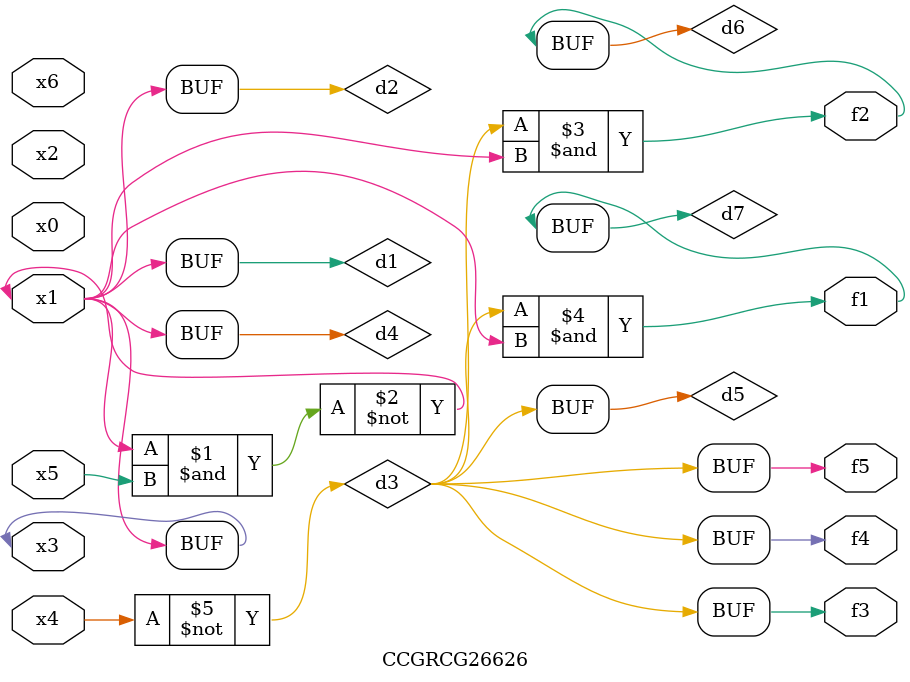
<source format=v>
module CCGRCG26626(
	input x0, x1, x2, x3, x4, x5, x6,
	output f1, f2, f3, f4, f5
);

	wire d1, d2, d3, d4, d5, d6, d7;

	buf (d1, x1, x3);
	nand (d2, x1, x5);
	not (d3, x4);
	buf (d4, d1, d2);
	buf (d5, d3);
	and (d6, d3, d4);
	and (d7, d3, d4);
	assign f1 = d7;
	assign f2 = d6;
	assign f3 = d5;
	assign f4 = d5;
	assign f5 = d5;
endmodule

</source>
